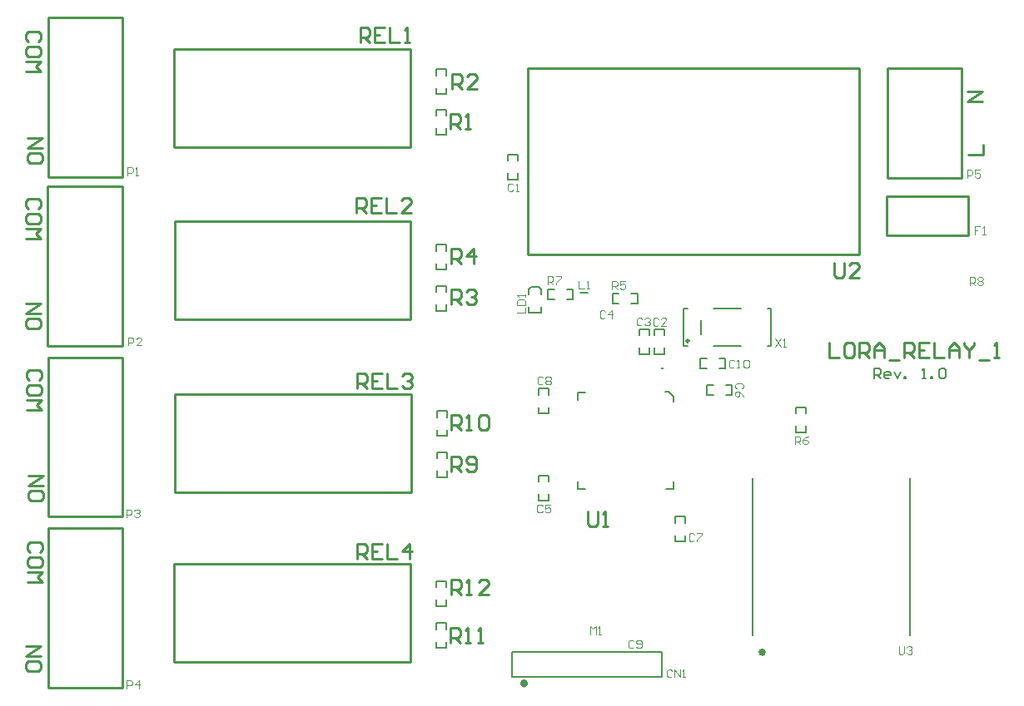
<source format=gto>
G04 Layer_Color=65535*
%FSLAX25Y25*%
%MOIN*%
G70*
G01*
G75*
%ADD22C,0.01000*%
%ADD34C,0.00984*%
%ADD35C,0.01500*%
%ADD36C,0.00787*%
%ADD37C,0.00800*%
%ADD38C,0.00600*%
%ADD39C,0.00500*%
%ADD40C,0.00472*%
%ADD41C,0.00598*%
G36*
X298112Y18102D02*
X296590D01*
Y20150D01*
X298112D01*
Y18102D01*
D02*
G37*
D22*
X268043Y144028D02*
G03*
X268043Y144028I-500J0D01*
G01*
X41299Y4882D02*
Y68819D01*
X11378Y4882D02*
Y68819D01*
Y4882D02*
X41299D01*
X11378Y68819D02*
X41299D01*
Y73504D02*
Y137441D01*
X11378Y73504D02*
Y137441D01*
Y73504D02*
X41299D01*
X11378Y137441D02*
X41299D01*
X41260Y141929D02*
Y205866D01*
X11339Y141929D02*
Y205866D01*
Y141929D02*
X41260D01*
X11339Y205866D02*
X41260D01*
X41299Y209606D02*
Y273543D01*
X11378Y209606D02*
Y273543D01*
Y209606D02*
X41299D01*
X11378Y273543D02*
X41299D01*
X380039Y186299D02*
Y202047D01*
X347165Y186299D02*
Y202047D01*
Y186299D02*
X380039D01*
X347165Y202047D02*
X380039D01*
X61968Y221654D02*
X156457D01*
X61968Y261024D02*
X156457D01*
X61968Y221654D02*
Y261024D01*
X156457Y221654D02*
Y261024D01*
X62126Y152638D02*
X156614D01*
X62126Y192008D02*
X156614D01*
X62126Y152638D02*
Y192008D01*
X156614Y152638D02*
Y192008D01*
X62323Y83228D02*
X156811D01*
X62323Y122598D02*
X156811D01*
X62323Y83228D02*
Y122598D01*
X156811Y83228D02*
Y122598D01*
X61968Y15394D02*
X156457D01*
X61968Y54764D02*
X156457D01*
X61968Y15394D02*
Y54764D01*
X156457Y15394D02*
Y54764D01*
X203661Y178504D02*
X336339D01*
X336339D02*
Y253307D01*
X203661Y178504D02*
Y253307D01*
X336339D01*
X347441Y209409D02*
X377362D01*
X347441Y253346D02*
X377362D01*
X347441Y209409D02*
Y253346D01*
X377362Y209409D02*
Y253346D01*
X227520Y75486D02*
Y70488D01*
X228519Y69488D01*
X230519D01*
X231518Y70488D01*
Y75486D01*
X233518Y69488D02*
X235517D01*
X234517D01*
Y75486D01*
X233518Y74487D01*
X326063Y175447D02*
Y170449D01*
X327063Y169449D01*
X329062D01*
X330062Y170449D01*
Y175447D01*
X336060Y169449D02*
X332061D01*
X336060Y173448D01*
Y174447D01*
X335060Y175447D01*
X333061D01*
X332061Y174447D01*
X173031Y42441D02*
Y48439D01*
X176031D01*
X177030Y47439D01*
Y45440D01*
X176031Y44440D01*
X173031D01*
X175031D02*
X177030Y42441D01*
X179030D02*
X181029D01*
X180029D01*
Y48439D01*
X179030Y47439D01*
X188027Y42441D02*
X184028D01*
X188027Y46440D01*
Y47439D01*
X187027Y48439D01*
X185028D01*
X184028Y47439D01*
X172677Y23051D02*
Y29049D01*
X175676D01*
X176676Y28050D01*
Y26050D01*
X175676Y25051D01*
X172677D01*
X174677D02*
X176676Y23051D01*
X178675D02*
X180675D01*
X179675D01*
Y29049D01*
X178675Y28050D01*
X183674Y23051D02*
X185673D01*
X184673D01*
Y29049D01*
X183674Y28050D01*
X173031Y108209D02*
Y114207D01*
X176031D01*
X177030Y113207D01*
Y111208D01*
X176031Y110208D01*
X173031D01*
X175031D02*
X177030Y108209D01*
X179030D02*
X181029D01*
X180029D01*
Y114207D01*
X179030Y113207D01*
X184028D02*
X185028Y114207D01*
X187027D01*
X188027Y113207D01*
Y109208D01*
X187027Y108209D01*
X185028D01*
X184028Y109208D01*
Y113207D01*
X173031Y91675D02*
Y97673D01*
X176030D01*
X177030Y96673D01*
Y94674D01*
X176030Y93674D01*
X173031D01*
X175031D02*
X177030Y91675D01*
X179029Y92674D02*
X180029Y91675D01*
X182028D01*
X183028Y92674D01*
Y96673D01*
X182028Y97673D01*
X180029D01*
X179029Y96673D01*
Y95674D01*
X180029Y94674D01*
X183028D01*
X172835Y174862D02*
Y180860D01*
X175834D01*
X176833Y179861D01*
Y177861D01*
X175834Y176862D01*
X172835D01*
X174834D02*
X176833Y174862D01*
X181832D02*
Y180860D01*
X178833Y177861D01*
X182831D01*
X172835Y158721D02*
Y164718D01*
X175834D01*
X176833Y163719D01*
Y161720D01*
X175834Y160720D01*
X172835D01*
X174834D02*
X176833Y158721D01*
X178833Y163719D02*
X179832Y164718D01*
X181832D01*
X182831Y163719D01*
Y162719D01*
X181832Y161720D01*
X180832D01*
X181832D01*
X182831Y160720D01*
Y159720D01*
X181832Y158721D01*
X179832D01*
X178833Y159720D01*
X173071Y245059D02*
Y251057D01*
X176070D01*
X177070Y250057D01*
Y248058D01*
X176070Y247058D01*
X173071D01*
X175070D02*
X177070Y245059D01*
X183068D02*
X179069D01*
X183068Y249058D01*
Y250057D01*
X182068Y251057D01*
X180069D01*
X179069Y250057D01*
X172677Y228917D02*
Y234915D01*
X175676D01*
X176676Y233916D01*
Y231916D01*
X175676Y230917D01*
X172677D01*
X174677D02*
X176676Y228917D01*
X178675D02*
X180675D01*
X179675D01*
Y234915D01*
X178675Y233916D01*
X136378Y263779D02*
Y269778D01*
X139377D01*
X140377Y268778D01*
Y266779D01*
X139377Y265779D01*
X136378D01*
X138377D02*
X140377Y263779D01*
X146375Y269778D02*
X142376D01*
Y263779D01*
X146375D01*
X142376Y266779D02*
X144375D01*
X148374Y269778D02*
Y263779D01*
X152373D01*
X154372D02*
X156371D01*
X155372D01*
Y269778D01*
X154372Y268778D01*
X134961Y195158D02*
Y201155D01*
X137960D01*
X138959Y200156D01*
Y198156D01*
X137960Y197157D01*
X134961D01*
X136960D02*
X138959Y195158D01*
X144957Y201155D02*
X140959D01*
Y195158D01*
X144957D01*
X140959Y198156D02*
X142958D01*
X146957Y201155D02*
Y195158D01*
X150955D01*
X156954D02*
X152955D01*
X156954Y199156D01*
Y200156D01*
X155954Y201155D01*
X153955D01*
X152955Y200156D01*
X135158Y124961D02*
Y130959D01*
X138156D01*
X139156Y129959D01*
Y127960D01*
X138156Y126960D01*
X135158D01*
X137157D02*
X139156Y124961D01*
X145154Y130959D02*
X141156D01*
Y124961D01*
X145154D01*
X141156Y127960D02*
X143155D01*
X147154Y130959D02*
Y124961D01*
X151152D01*
X153152Y129959D02*
X154151Y130959D01*
X156151D01*
X157150Y129959D01*
Y128959D01*
X156151Y127960D01*
X155151D01*
X156151D01*
X157150Y126960D01*
Y125960D01*
X156151Y124961D01*
X154151D01*
X153152Y125960D01*
X135197Y56732D02*
Y62730D01*
X138196D01*
X139196Y61731D01*
Y59731D01*
X138196Y58732D01*
X135197D01*
X137196D02*
X139196Y56732D01*
X145194Y62730D02*
X141195D01*
Y56732D01*
X145194D01*
X141195Y59731D02*
X143194D01*
X147193Y62730D02*
Y56732D01*
X151192D01*
X156190D02*
Y62730D01*
X153191Y59731D01*
X157190D01*
X324173Y143242D02*
Y137244D01*
X328172D01*
X333170Y143242D02*
X331171D01*
X330171Y142243D01*
Y138244D01*
X331171Y137244D01*
X333170D01*
X334170Y138244D01*
Y142243D01*
X333170Y143242D01*
X336169Y137244D02*
Y143242D01*
X339168D01*
X340168Y142243D01*
Y140243D01*
X339168Y139243D01*
X336169D01*
X338169D02*
X340168Y137244D01*
X342167D02*
Y141243D01*
X344167Y143242D01*
X346166Y141243D01*
Y137244D01*
Y140243D01*
X342167D01*
X348165Y136244D02*
X352164D01*
X354164Y137244D02*
Y143242D01*
X357163D01*
X358162Y142243D01*
Y140243D01*
X357163Y139243D01*
X354164D01*
X356163D02*
X358162Y137244D01*
X364160Y143242D02*
X360162D01*
Y137244D01*
X364160D01*
X360162Y140243D02*
X362161D01*
X366160Y143242D02*
Y137244D01*
X370158D01*
X372158D02*
Y141243D01*
X374157Y143242D01*
X376156Y141243D01*
Y137244D01*
Y140243D01*
X372158D01*
X378156Y143242D02*
Y142243D01*
X380155Y140243D01*
X382154Y142243D01*
Y143242D01*
X380155Y140243D02*
Y137244D01*
X384154Y136244D02*
X388153D01*
X390152Y137244D02*
X392151D01*
X391152D01*
Y143242D01*
X390152Y142243D01*
X385669Y239921D02*
X379671D01*
X385669Y243920D01*
X379671D01*
X379868Y218701D02*
X385866D01*
Y222699D01*
X3307Y225433D02*
X9305D01*
X3307Y221434D01*
X9305D01*
Y216436D02*
Y218435D01*
X8305Y219435D01*
X4307D01*
X3307Y218435D01*
Y216436D01*
X4307Y215436D01*
X8305D01*
X9305Y216436D01*
X7676Y263836D02*
X8675Y264836D01*
Y266835D01*
X7676Y267835D01*
X3677D01*
X2677Y266835D01*
Y264836D01*
X3677Y263836D01*
X8675Y258838D02*
Y260837D01*
X7676Y261837D01*
X3677D01*
X2677Y260837D01*
Y258838D01*
X3677Y257838D01*
X7676D01*
X8675Y258838D01*
X2677Y255838D02*
X8675D01*
X6676Y253839D01*
X8675Y251840D01*
X2677D01*
X7676Y197025D02*
X8675Y198025D01*
Y200024D01*
X7676Y201024D01*
X3677D01*
X2677Y200024D01*
Y198025D01*
X3677Y197025D01*
X8675Y192026D02*
Y194026D01*
X7676Y195026D01*
X3677D01*
X2677Y194026D01*
Y192026D01*
X3677Y191027D01*
X7676D01*
X8675Y192026D01*
X2677Y189028D02*
X8675D01*
X6676Y187028D01*
X8675Y185029D01*
X2677D01*
Y158937D02*
X8675D01*
X2677Y154938D01*
X8675D01*
Y149940D02*
Y151939D01*
X7676Y152939D01*
X3677D01*
X2677Y151939D01*
Y149940D01*
X3677Y148940D01*
X7676D01*
X8675Y149940D01*
X7872Y128364D02*
X8872Y129363D01*
Y131362D01*
X7872Y132362D01*
X3874D01*
X2874Y131362D01*
Y129363D01*
X3874Y128364D01*
X8872Y123365D02*
Y125364D01*
X7872Y126364D01*
X3874D01*
X2874Y125364D01*
Y123365D01*
X3874Y122365D01*
X7872D01*
X8872Y123365D01*
X2874Y120366D02*
X8872D01*
X6873Y118367D01*
X8872Y116367D01*
X2874D01*
X3504Y89882D02*
X9502D01*
X3504Y85883D01*
X9502D01*
Y80885D02*
Y82884D01*
X8502Y83884D01*
X4504D01*
X3504Y82884D01*
Y80885D01*
X4504Y79885D01*
X8502D01*
X9502Y80885D01*
X8305Y59348D02*
X9305Y60347D01*
Y62347D01*
X8305Y63346D01*
X4307D01*
X3307Y62347D01*
Y60347D01*
X4307Y59348D01*
X9305Y54349D02*
Y56349D01*
X8305Y57348D01*
X4307D01*
X3307Y56349D01*
Y54349D01*
X4307Y53350D01*
X8305D01*
X9305Y54349D01*
X3307Y51350D02*
X9305D01*
X7306Y49351D01*
X9305Y47352D01*
X3307D01*
X2480Y21496D02*
X8478D01*
X2480Y17497D01*
X8478D01*
Y12499D02*
Y14498D01*
X7479Y15498D01*
X3480D01*
X2480Y14498D01*
Y12499D01*
X3480Y11499D01*
X7479D01*
X8478Y12499D01*
D34*
X257442Y133004D02*
G03*
X257442Y133004I-231J0D01*
G01*
D35*
X202805Y6713D02*
G03*
X202805Y6713I-750J0D01*
G01*
D36*
X298526Y19165D02*
G03*
X298526Y19165I-1148J0D01*
G01*
X197047Y9213D02*
X257047D01*
X197047Y19213D02*
X257047D01*
X197047Y9213D02*
Y19213D01*
X257047Y9213D02*
Y19213D01*
X293441Y26055D02*
Y89047D01*
X356433Y26055D02*
Y89047D01*
X224701Y163382D02*
X227457D01*
D37*
X299543Y157028D02*
X301043D01*
Y156028D02*
Y157028D01*
X299543Y142028D02*
X301043D01*
Y143028D01*
X266043Y142028D02*
X267543D01*
X266043Y157028D02*
X267543D01*
X266043Y142028D02*
Y157028D01*
X301043Y143028D02*
Y156028D01*
X278043Y142028D02*
X289043D01*
X278043Y157028D02*
X289043D01*
X272716Y146732D02*
Y152402D01*
X237402Y162827D02*
X239902D01*
X237402Y158827D02*
Y162827D01*
Y158827D02*
X239902D01*
X244902D02*
X247402D01*
Y162827D01*
X244902D02*
X247402D01*
X310756Y107362D02*
Y109862D01*
Y107362D02*
X314756D01*
Y109862D01*
Y114862D02*
Y117362D01*
X310756D02*
X314756D01*
X310756Y114862D02*
Y117362D01*
X211693Y164799D02*
X214193D01*
X211693Y160799D02*
Y164799D01*
Y160799D02*
X214193D01*
X219193D02*
X221693D01*
Y164799D01*
X219193D02*
X221693D01*
X166740Y226673D02*
Y229173D01*
Y226673D02*
X170740D01*
Y229173D01*
Y234173D02*
Y236673D01*
X166740D02*
X170740D01*
X166740Y234173D02*
Y236673D01*
X170740Y250315D02*
Y252815D01*
X166740D02*
X170740D01*
X166740Y250315D02*
Y252815D01*
Y242815D02*
Y245315D01*
Y242815D02*
X170740D01*
Y245315D01*
X166898Y156089D02*
Y158589D01*
Y156089D02*
X170898D01*
Y158589D01*
Y163589D02*
Y166089D01*
X166898D02*
X170898D01*
X166898Y163589D02*
Y166089D01*
X170898Y180118D02*
Y182618D01*
X166898D02*
X170898D01*
X166898Y180118D02*
Y182618D01*
Y172618D02*
Y175118D01*
Y172618D02*
X170898D01*
Y175118D01*
X167095Y89429D02*
Y91929D01*
Y89429D02*
X171095D01*
Y91929D01*
Y96929D02*
Y99429D01*
X167095D02*
X171095D01*
X167095Y96929D02*
Y99429D01*
X171095Y113465D02*
Y115965D01*
X167095D02*
X171095D01*
X167095Y113465D02*
Y115965D01*
Y105965D02*
Y108465D01*
Y105965D02*
X171095D01*
Y108465D01*
X166740Y20807D02*
Y23307D01*
Y20807D02*
X170740D01*
Y23307D01*
Y28307D02*
Y30807D01*
X166740D02*
X170740D01*
X166740Y28307D02*
Y30807D01*
X170740Y45236D02*
Y47736D01*
X166740D02*
X170740D01*
X166740Y45236D02*
Y47736D01*
Y37736D02*
Y40236D01*
Y37736D02*
X170740D01*
Y40236D01*
D38*
X223419Y123254D02*
X226419D01*
X223419Y120254D02*
Y123254D01*
Y84754D02*
Y87754D01*
Y84754D02*
X226419D01*
X258919D02*
X261919D01*
Y87754D01*
Y119754D02*
Y121754D01*
X259919Y123754D02*
X261919Y121754D01*
X258419Y123754D02*
X259919D01*
X195638Y216280D02*
Y218779D01*
X199638D01*
Y216280D02*
Y218779D01*
Y208780D02*
Y211280D01*
X195638Y208780D02*
X199638D01*
X195638D02*
Y211280D01*
X254181Y146161D02*
Y148661D01*
X258181D01*
Y146161D02*
Y148661D01*
Y138661D02*
Y141161D01*
X254181Y138661D02*
X258181D01*
X254181D02*
Y141161D01*
X248079Y146240D02*
Y148740D01*
X252079D01*
Y146240D02*
Y148740D01*
Y138740D02*
Y141240D01*
X248079Y138740D02*
X252079D01*
X248079D02*
Y141240D01*
X207980Y87504D02*
Y90004D01*
X211980D01*
Y87504D02*
Y90004D01*
Y80004D02*
Y82504D01*
X207980Y80004D02*
X211980D01*
X207980D02*
Y82504D01*
X275276Y122252D02*
X277776D01*
X275276D02*
Y126252D01*
X277776D01*
X282776D02*
X285276D01*
Y122252D02*
Y126252D01*
X282776Y122252D02*
X285276D01*
X262567Y71083D02*
Y73583D01*
X266567D01*
Y71083D02*
Y73583D01*
Y63583D02*
Y66083D01*
X262567Y63583D02*
X266567D01*
X262567D02*
Y66083D01*
X211842Y114862D02*
Y117362D01*
X207842Y114862D02*
X211842D01*
X207842D02*
Y117362D01*
Y122362D02*
Y124862D01*
X211842D01*
Y122362D02*
Y124862D01*
X272559Y136882D02*
X275059D01*
X272559Y132882D02*
Y136882D01*
Y132882D02*
X275059D01*
X280059D02*
X282559D01*
Y136882D01*
X280059D02*
X282559D01*
D39*
X204024Y155215D02*
Y157715D01*
Y155215D02*
X209024D01*
Y157715D01*
Y162715D02*
Y164715D01*
X205024Y165715D02*
X208024D01*
X204024Y162715D02*
Y164715D01*
X208024Y165715D02*
X209024Y164715D01*
X204024D02*
X205024Y165715D01*
D40*
X384619Y189841D02*
X382520D01*
Y188267D01*
X383569D01*
X382520D01*
Y186693D01*
X385668D02*
X386718D01*
X386193D01*
Y189841D01*
X385668Y189317D01*
X379410Y209370D02*
Y212519D01*
X380984D01*
X381508Y211994D01*
Y210944D01*
X380984Y210420D01*
X379410D01*
X384657Y212519D02*
X382558D01*
Y210944D01*
X383608Y211469D01*
X384132D01*
X384657Y210944D01*
Y209895D01*
X384132Y209370D01*
X383083D01*
X382558Y209895D01*
X228622Y26378D02*
Y29526D01*
X229672Y28477D01*
X230721Y29526D01*
Y26378D01*
X231771D02*
X232820D01*
X232295D01*
Y29526D01*
X231771Y29002D01*
X380551Y166378D02*
Y169527D01*
X382125D01*
X382650Y169002D01*
Y167952D01*
X382125Y167428D01*
X380551D01*
X381601D02*
X382650Y166378D01*
X383700Y169002D02*
X384225Y169527D01*
X385274D01*
X385799Y169002D01*
Y168477D01*
X385274Y167952D01*
X385799Y167428D01*
Y166903D01*
X385274Y166378D01*
X384225D01*
X383700Y166903D01*
Y167428D01*
X384225Y167952D01*
X383700Y168477D01*
Y169002D01*
X384225Y167952D02*
X385274D01*
X211575Y166736D02*
Y169885D01*
X213149D01*
X213674Y169360D01*
Y168310D01*
X213149Y167786D01*
X211575D01*
X212624D02*
X213674Y166736D01*
X214723Y169885D02*
X216822D01*
Y169360D01*
X214723Y167261D01*
Y166736D01*
X199371Y155319D02*
X202520D01*
Y157418D01*
X199371Y158467D02*
X202520D01*
Y160042D01*
X201995Y160567D01*
X199896D01*
X199371Y160042D01*
Y158467D01*
X202520Y161616D02*
Y162666D01*
Y162141D01*
X199371D01*
X199896Y161616D01*
X42992Y4764D02*
Y7912D01*
X44566D01*
X45091Y7388D01*
Y6338D01*
X44566Y5813D01*
X42992D01*
X47715Y4764D02*
Y7912D01*
X46141Y6338D01*
X48240D01*
X42835Y73307D02*
Y76456D01*
X44409D01*
X44934Y75931D01*
Y74881D01*
X44409Y74357D01*
X42835D01*
X45983Y75931D02*
X46508Y76456D01*
X47558D01*
X48082Y75931D01*
Y75406D01*
X47558Y74881D01*
X47033D01*
X47558D01*
X48082Y74357D01*
Y73832D01*
X47558Y73307D01*
X46508D01*
X45983Y73832D01*
X43583Y142165D02*
Y145314D01*
X45157D01*
X45682Y144789D01*
Y143740D01*
X45157Y143215D01*
X43583D01*
X48830Y142165D02*
X46731D01*
X48830Y144264D01*
Y144789D01*
X48306Y145314D01*
X47256D01*
X46731Y144789D01*
X43346Y210354D02*
Y213503D01*
X44921D01*
X45445Y212978D01*
Y211929D01*
X44921Y211404D01*
X43346D01*
X46495Y210354D02*
X47545D01*
X47020D01*
Y213503D01*
X46495Y212978D01*
X352087Y21578D02*
Y18954D01*
X352611Y18429D01*
X353661D01*
X354186Y18954D01*
Y21578D01*
X355235Y21053D02*
X355760Y21578D01*
X356809D01*
X357334Y21053D01*
Y20528D01*
X356809Y20003D01*
X356285D01*
X356809D01*
X357334Y19479D01*
Y18954D01*
X356809Y18429D01*
X355760D01*
X355235Y18954D01*
X302638Y144842D02*
X304737Y141693D01*
Y144842D02*
X302638Y141693D01*
X305786D02*
X306836D01*
X306311D01*
Y144842D01*
X305786Y144317D01*
X310512Y102638D02*
Y105786D01*
X312086D01*
X312611Y105262D01*
Y104212D01*
X312086Y103687D01*
X310512D01*
X311561D02*
X312611Y102638D01*
X315759Y105786D02*
X314710Y105262D01*
X313660Y104212D01*
Y103163D01*
X314185Y102638D01*
X315235D01*
X315759Y103163D01*
Y103687D01*
X315235Y104212D01*
X313660D01*
X237283Y164764D02*
Y167912D01*
X238858D01*
X239383Y167388D01*
Y166338D01*
X238858Y165813D01*
X237283D01*
X238333D02*
X239383Y164764D01*
X242531Y167912D02*
X240432D01*
Y166338D01*
X241482Y166863D01*
X242006D01*
X242531Y166338D01*
Y165289D01*
X242006Y164764D01*
X240957D01*
X240432Y165289D01*
X224016Y168031D02*
Y164882D01*
X226115D01*
X227164D02*
X228214D01*
X227689D01*
Y168031D01*
X227164Y167506D01*
X261312Y11797D02*
X260787Y12322D01*
X259737D01*
X259213Y11797D01*
Y9698D01*
X259737Y9173D01*
X260787D01*
X261312Y9698D01*
X262361Y9173D02*
Y12322D01*
X264460Y9173D01*
Y12322D01*
X265510Y9173D02*
X266559D01*
X266035D01*
Y12322D01*
X265510Y11797D01*
X209579Y129179D02*
X209055Y129704D01*
X208005D01*
X207480Y129179D01*
Y127080D01*
X208005Y126555D01*
X209055D01*
X209579Y127080D01*
X210629Y129179D02*
X211154Y129704D01*
X212203D01*
X212728Y129179D01*
Y128654D01*
X212203Y128129D01*
X212728Y127605D01*
Y127080D01*
X212203Y126555D01*
X211154D01*
X210629Y127080D01*
Y127605D01*
X211154Y128129D01*
X210629Y128654D01*
Y129179D01*
X211154Y128129D02*
X212203D01*
X270170Y66325D02*
X269645Y66849D01*
X268596D01*
X268071Y66325D01*
Y64226D01*
X268596Y63701D01*
X269645D01*
X270170Y64226D01*
X271219Y66849D02*
X273319D01*
Y66325D01*
X271219Y64226D01*
Y63701D01*
X289317Y124830D02*
X289842Y125355D01*
Y126404D01*
X289317Y126929D01*
X287218D01*
X286693Y126404D01*
Y125355D01*
X287218Y124830D01*
X289842Y121681D02*
X289317Y122731D01*
X288267Y123781D01*
X287218D01*
X286693Y123256D01*
Y122206D01*
X287218Y121681D01*
X287742D01*
X288267Y122206D01*
Y123781D01*
X209422Y77821D02*
X208897Y78345D01*
X207848D01*
X207323Y77821D01*
Y75722D01*
X207848Y75197D01*
X208897D01*
X209422Y75722D01*
X212571Y78345D02*
X210471D01*
Y76771D01*
X211521Y77296D01*
X212046D01*
X212571Y76771D01*
Y75722D01*
X212046Y75197D01*
X210996D01*
X210471Y75722D01*
X234501Y155616D02*
X233976Y156141D01*
X232926D01*
X232402Y155616D01*
Y153517D01*
X232926Y152992D01*
X233976D01*
X234501Y153517D01*
X237124Y152992D02*
Y156141D01*
X235550Y154566D01*
X237649D01*
X249304Y152781D02*
X248779Y153306D01*
X247729D01*
X247205Y152781D01*
Y150682D01*
X247729Y150157D01*
X248779D01*
X249304Y150682D01*
X250353Y152781D02*
X250878Y153306D01*
X251928D01*
X252452Y152781D01*
Y152257D01*
X251928Y151732D01*
X251403D01*
X251928D01*
X252452Y151207D01*
Y150682D01*
X251928Y150157D01*
X250878D01*
X250353Y150682D01*
X255839Y152663D02*
X255314Y153188D01*
X254265D01*
X253740Y152663D01*
Y150564D01*
X254265Y150039D01*
X255314D01*
X255839Y150564D01*
X258988Y150039D02*
X256889D01*
X258988Y152138D01*
Y152663D01*
X258463Y153188D01*
X257414D01*
X256889Y152663D01*
X197690Y206600D02*
X197165Y207125D01*
X196115D01*
X195591Y206600D01*
Y204501D01*
X196115Y203976D01*
X197165D01*
X197690Y204501D01*
X198739Y203976D02*
X199789D01*
X199264D01*
Y207125D01*
X198739Y206600D01*
X245918Y23569D02*
X245393Y24093D01*
X244344D01*
X243819Y23569D01*
Y21470D01*
X244344Y20945D01*
X245393D01*
X245918Y21470D01*
X246968D02*
X247492Y20945D01*
X248542D01*
X249066Y21470D01*
Y23569D01*
X248542Y24093D01*
X247492D01*
X246968Y23569D01*
Y23044D01*
X247492Y22519D01*
X249066D01*
X286272Y135852D02*
X285748Y136377D01*
X284698D01*
X284173Y135852D01*
Y133753D01*
X284698Y133228D01*
X285748D01*
X286272Y133753D01*
X287322Y133228D02*
X288371D01*
X287847D01*
Y136377D01*
X287322Y135852D01*
X289946D02*
X290470Y136377D01*
X291520D01*
X292045Y135852D01*
Y133753D01*
X291520Y133228D01*
X290470D01*
X289946Y133753D01*
Y135852D01*
D41*
X342087Y129055D02*
Y133054D01*
X344086D01*
X344752Y132387D01*
Y131054D01*
X344086Y130388D01*
X342087D01*
X343420D02*
X344752Y129055D01*
X348085D02*
X346752D01*
X346085Y129722D01*
Y131054D01*
X346752Y131721D01*
X348085D01*
X348751Y131054D01*
Y130388D01*
X346085D01*
X350084Y131721D02*
X351417Y129055D01*
X352750Y131721D01*
X354083Y129055D02*
Y129722D01*
X354749D01*
Y129055D01*
X354083D01*
X361414D02*
X362747D01*
X362080D01*
Y133054D01*
X361414Y132387D01*
X364746Y129055D02*
Y129722D01*
X365412D01*
Y129055D01*
X364746D01*
X368078Y132387D02*
X368745Y133054D01*
X370078D01*
X370744Y132387D01*
Y129722D01*
X370078Y129055D01*
X368745D01*
X368078Y129722D01*
Y132387D01*
M02*

</source>
